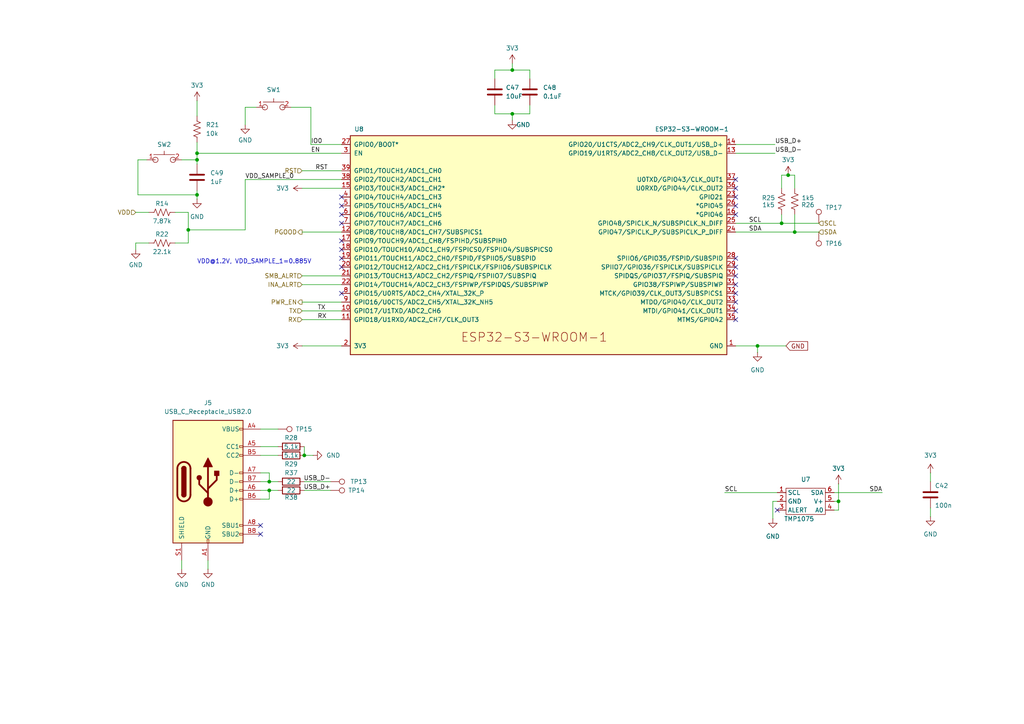
<source format=kicad_sch>
(kicad_sch (version 20231120) (generator "eeschema") (generator_version "8.0")
  (paper "A4")
  (title_block (title "BitForgeNano") (date "2024-06-21") (rev "1.0") (comment 1 "Licensed under CERN-OHL-W version 2"))
  (lib_symbols
    (symbol "+3V3_1" (power) (pin_numbers hide) (pin_names (offset 0) hide)
      (property "Value" "+3V3" (at 0 3.556 0))
      (symbol "+3V3_1_0_1"
        (polyline (pts (xy -0.762 1.27) (xy 0 2.54)))
        (polyline (pts (xy 0 0) (xy 0 2.54)))
        (polyline (pts (xy 0 2.54) (xy 0.762 1.27)))
      )
      (symbol "+3V3_1_1_1"
        (pin power_in line (at 0 0 90) (length 0) (name "~") (number "1"))
      )
    )
    (symbol "BitForgeNano:C" (pin_numbers hide) (pin_names (offset 0.254))
      (property "Reference" "C" (at 0.635 2.54 0))
      (property "Value" "C" (at 0.635 -2.54 0))
      (symbol "C_0_1"
        (polyline (pts (xy -2.032 -0.762) (xy 2.032 -0.762)) (stroke (width 0.508)))
        (polyline (pts (xy -2.032 0.762) (xy 2.032 0.762)) (stroke (width 0.508)))
      )
      (symbol "C_1_1"
        (pin passive line (at 0 3.81 270) (length 2.794) (name "~") (number "1"))
        (pin passive line (at 0 -3.81 90) (length 2.794) (name "~") (number "2"))
      )
    )
    (symbol "BitForgeNano:ESP32-S3-WROOM-1" (pin_names (offset 1.016))
      (property "Reference" "U12" (at -50.8 34.925 0))
      (property "Value" "ESP32-S3-WROOM-1" (at 45.72 34.925 0))
      (symbol "ESP32-S3-WROOM-1_0_0"
        (rectangle (start -53.34 33.02) (end 55.88 -30.48) (stroke (width 0.254)) (fill (type background)))
        (text "ESP32-S3-WROOM-1" (at 0 -25.4 0) (effects (font (size 2.54 2.54))))
        (pin power_in line (at 58.42 -27.94 180) (length 2.54) (name "GND") (number "1"))
        (pin bidirectional line (at -55.88 -17.78 0) (length 2.54) (name "GPIO17/U1TXD/ADC2_CH6") (number "10"))
        (pin bidirectional line (at -55.88 -20.32 0) (length 2.54) (name "GPIO18/U1RXD/ADC2_CH7/CLK_OUT3") (number "11"))
        (pin bidirectional line (at -55.88 5.08 0) (length 2.54) (name "GPIO8/TOUCH8/ADC1_CH7/SUBSPICS1") (number "12"))
        (pin bidirectional line (at 58.42 27.94 180) (length 2.54) (name "GPIO19/U1RTS/ADC2_CH8/CLK_OUT2/USB_D-") (number "13"))
        (pin bidirectional line (at 58.42 30.48 180) (length 2.54) (name "GPIO20/U1CTS/ADC2_CH9/CLK_OUT1/USB_D+") (number "14"))
        (pin bidirectional line (at -55.88 17.78 0) (length 2.54) (name "GPIO3/TOUCH3/ADC1_CH2*") (number "15"))
        (pin bidirectional line (at 58.42 10.16 180) (length 2.54) (name "*GPIO46") (number "16"))
        (pin bidirectional line (at -55.88 2.54 0) (length 2.54) (name "GPIO9/TOUCH9/ADC1_CH8/FSPIHD/SUBSPIHD") (number "17"))
        (pin bidirectional line (at -55.88 0 0) (length 2.54) (name "GPIO10/TOUCH10/ADC1_CH9/FSPICS0/FSPIIO4/SUBSPICS0") (number "18"))
        (pin bidirectional line (at -55.88 -2.54 0) (length 2.54) (name "GPIO11/TOUCH11/ADC2_CH0/FSPID/FSPIIO5/SUBSPID") (number "19"))
        (pin power_in line (at -55.88 -27.94 0) (length 2.54) (name "3V3") (number "2"))
        (pin bidirectional line (at -55.88 -5.08 0) (length 2.54) (name "GPIO12/TOUCH12/ADC2_CH1/FSPICLK/FSPIIO6/SUBSPICLK") (number "20"))
        (pin bidirectional line (at -55.88 -7.62 0) (length 2.54) (name "GPIO13/TOUCH13/ADC2_CH2/FSPIQ/FSPIIO7/SUBSPIQ") (number "21"))
        (pin bidirectional line (at -55.88 -10.16 0) (length 2.54) (name "GPIO14/TOUCH14/ADC2_CH3/FSPIWP/FSPIDQS/SUBSPIWP") (number "22"))
        (pin bidirectional line (at 58.42 15.24 180) (length 2.54) (name "GPIO21") (number "23"))
        (pin bidirectional line (at 58.42 5.08 180) (length 2.54) (name "GPIO47/SPICLK_P/SUBSPICLK_P_DIFF") (number "24"))
        (pin bidirectional line (at 58.42 7.62 180) (length 2.54) (name "GPIO48/SPICLK_N/SUBSPICLK_N_DIFF") (number "25"))
        (pin bidirectional line (at 58.42 12.7 180) (length 2.54) (name "*GPIO45") (number "26"))
        (pin bidirectional line (at -55.88 30.48 0) (length 2.54) (name "GPIO0/BOOT*") (number "27"))
        (pin bidirectional line (at 58.42 -2.54 180) (length 2.54) (name "SPIIO6/GPIO35/FSPID/SUBSPID") (number "28"))
        (pin bidirectional line (at 58.42 -5.08 180) (length 2.54) (name "SPIIO7/GPIO36/FSPICLK/SUBSPICLK") (number "29"))
        (pin input line (at -55.88 27.94 0) (length 2.54) (name "EN") (number "3"))
        (pin bidirectional line (at 58.42 -7.62 180) (length 2.54) (name "SPIDQS/GPIO37/FSPIQ/SUBSPIQ") (number "30"))
        (pin bidirectional line (at 58.42 -10.16 180) (length 2.54) (name "GPIO38/FSPIWP/SUBSPIWP") (number "31"))
        (pin bidirectional line (at 58.42 -12.7 180) (length 2.54) (name "MTCK/GPIO39/CLK_OUT3/SUBSPICS1") (number "32"))
        (pin bidirectional line (at 58.42 -15.24 180) (length 2.54) (name "MTDO/GPIO40/CLK_OUT2") (number "33"))
        (pin bidirectional line (at 58.42 -17.78 180) (length 2.54) (name "MTDI/GPIO41/CLK_OUT1") (number "34"))
        (pin bidirectional line (at 58.42 -20.32 180) (length 2.54) (name "MTMS/GPIO42") (number "35"))
        (pin bidirectional line (at 58.42 17.78 180) (length 2.54) (name "U0RXD/GPIO44/CLK_OUT2") (number "36"))
        (pin bidirectional line (at 58.42 20.32 180) (length 2.54) (name "U0TXD/GPIO43/CLK_OUT1") (number "37"))
        (pin bidirectional line (at -55.88 20.32 0) (length 2.54) (name "GPIO2/TOUCH2/ADC1_CH1") (number "38"))
        (pin bidirectional line (at -55.88 22.86 0) (length 2.54) (name "GPIO1/TOUCH1/ADC1_CH0") (number "39"))
        (pin bidirectional line (at -55.88 15.24 0) (length 2.54) (name "GPIO4/TOUCH4/ADC1_CH3") (number "4"))
        (pin passive line (at 58.42 -27.94 180) (length 2.54) hide (name "GND") (number "40"))
        (pin passive line (at 58.42 -27.94 180) (length 2.54) hide (name "GND") (number "41"))
        (pin bidirectional line (at -55.88 12.7 0) (length 2.54) (name "GPIO5/TOUCH5/ADC1_CH4") (number "5"))
        (pin bidirectional line (at -55.88 10.16 0) (length 2.54) (name "GPIO6/TOUCH6/ADC1_CH5") (number "6"))
        (pin bidirectional line (at -55.88 7.62 0) (length 2.54) (name "GPIO7/TOUCH7/ADC1_CH6") (number "7"))
        (pin bidirectional line (at -55.88 -12.7 0) (length 2.54) (name "GPIO15/U0RTS/ADC2_CH4/XTAL_32K_P") (number "8"))
        (pin bidirectional line (at -55.88 -15.24 0) (length 2.54) (name "GPIO16/U0CTS/ADC2_CH5/XTAL_32K_NH5") (number "9"))
      )
    )
    (symbol "BitForgeNano:GND" (power) (pin_numbers hide) (pin_names (offset 0) hide)
      (property "Value" "GND" (at 0 -3.81 0))
      (symbol "GND_0_1"
        (polyline (pts (xy 0 0) (xy 0 -1.27) (xy 1.27 -1.27) (xy 0 -2.54) (xy -1.27 -1.27) (xy 0 -1.27)))
      )
      (symbol "GND_1_1"
        (pin power_in line (at 0 0 270) (length 0) (name "~") (number "1"))
      )
    )
    (symbol "BitForgeNano:GT-TC029B-H025-L1N"
      (property "Reference" "SW2" (at 0 3.81 0))
      (symbol "GT-TC029B-H025-L1N_0_1"
        (circle (center -2.54 0) (radius 0.76))
        (polyline (pts (xy -3.05 1.52) (xy 3.05 1.52)))
        (polyline (pts (xy 0 1.52) (xy 0 2.54)))
        (circle (center 2.54 0) (radius 0.76))
        (pin unspecified line (at -5.08 0 0) (length 2.54) (name "~") (number "1"))
        (pin unspecified line (at 5.08 0 180) (length 2.54) (name "~") (number "2"))
      )
    )
    (symbol "BitForgeNano:R" (pin_numbers hide) (pin_names (offset 0))
      (property "Reference" "R" (at 2.032 0 90))
      (property "Value" "R" (at 0 0 90))
      (symbol "R_0_1"
        (rectangle (start -1.016 -2.54) (end 1.016 2.54) (stroke (width 0.254)))
      )
      (symbol "R_1_1"
        (pin passive line (at 0 3.81 270) (length 1.27) (name "~") (number "1"))
        (pin passive line (at 0 -3.81 90) (length 1.27) (name "~") (number "2"))
      )
    )
    (symbol "BitForgeNano:R_US" (pin_numbers hide) (pin_names (offset 0))
      (property "Reference" "R" (at 2.54 0 90))
      (property "Value" "R_US" (at -2.54 0 90))
      (symbol "R_US_0_1"
        (polyline (pts (xy 0 -2.286) (xy 0 -2.54)))
        (polyline (pts (xy 0 2.286) (xy 0 2.54)))
        (polyline (pts (xy 0 -0.762) (xy 1.016 -1.143) (xy 0 -1.524) (xy -1.016 -1.905) (xy 0 -2.286)))
        (polyline (pts (xy 0 0.762) (xy 1.016 0.381) (xy 0 0) (xy -1.016 -0.381) (xy 0 -0.762)))
        (polyline (pts (xy 0 2.286) (xy 1.016 1.905) (xy 0 1.524) (xy -1.016 1.143) (xy 0 0.762)))
      )
      (symbol "R_US_1_1"
        (pin passive line (at 0 3.81 270) (length 1.27) (name "~") (number "1"))
        (pin passive line (at 0 -3.81 90) (length 1.27) (name "~") (number "2"))
      )
    )
    (symbol "BitForgeNano:TMP1075-DRL-SOT563"
      (property "Reference" "U" (at -5.08 5.08 0))
      (symbol "TMP1075-DRL-SOT563_0_1"
        (rectangle (start -6.35 3.81) (end 5.08 -3.81))
      )
      (symbol "TMP1075-DRL-SOT563_1_1"
        (pin open_collector line (at -8.89 2.54 0) (length 2.54) (name "SCL") (number "1"))
        (pin power_in line (at -8.89 0 0) (length 2.54) (name "GND") (number "2"))
        (pin open_collector line (at -8.89 -2.54 0) (length 2.54) (name "ALERT") (number "3"))
        (pin input line (at 7.62 -2.54 180) (length 2.54) (name "A0") (number "4"))
        (pin power_in line (at 7.62 0 180) (length 2.54) (name "V+") (number "5"))
        (pin open_collector line (at 7.62 2.54 180) (length 2.54) (name "SDA") (number "6"))
      )
    )
    (symbol "BitForgeNano:TestPoint" (pin_numbers hide) (pin_names (offset 0.762) hide)
      (property "Reference" "TP" (at 0 6.858 0))
      (property "Value" "TestPoint" (at 0 5.08 0))
      (symbol "TestPoint_0_1"
        (circle (center 0 3.302) (radius 0.762))
      )
      (symbol "TestPoint_1_1"
        (pin passive line (at 0 0 90) (length 2.54) (name "1") (number "1"))
      )
    )
    (symbol "BitForgeNano:USB_C_Receptacle_USB2.0" (pin_names (offset 1.016))
      (property "Reference" "J" (at -10.16 19.05 0))
      (property "Value" "USB_C_Receptacle_USB2.0" (at 19.05 19.05 0))
      (symbol "USB_C_Receptacle_USB2.0_0_0"
        (rectangle (start -0.254 -17.78) (end 0.254 -16.764))
        (rectangle (start 10.16 -14.986) (end 9.144 -15.494))
        (rectangle (start 10.16 -12.446) (end 9.144 -12.954))
        (rectangle (start 10.16 -4.826) (end 9.144 -5.334))
        (rectangle (start 10.16 -2.286) (end 9.144 -2.794))
        (rectangle (start 10.16 0.254) (end 9.144 -0.254))
        (rectangle (start 10.16 2.794) (end 9.144 2.286))
        (rectangle (start 10.16 7.874) (end 9.144 7.366))
        (rectangle (start 10.16 10.414) (end 9.144 9.906))
        (rectangle (start 10.16 15.494) (end 9.144 14.986))
      )
      (symbol "USB_C_Receptacle_USB2.0_0_1"
        (rectangle (start -10.16 17.78) (end 10.16 -17.78) (stroke (width 0.254)) (fill (type background)))
        (arc (start -8.89 -3.81) (mid -6.985 -5.7067) (end -5.08 -3.81) (stroke (width 0.508)))
        (arc (start -7.62 -3.81) (mid -6.985 -4.4423) (end -6.35 -3.81) (stroke (width 0.254)))
        (arc (start -7.62 -3.81) (mid -6.985 -4.4423) (end -6.35 -3.81) (stroke (width 0.254)) (fill (type outline)))
        (rectangle (start -7.62 -3.81) (end -6.35 3.81) (stroke (width 0.254)) (fill (type outline)))
        (arc (start -6.35 3.81) (mid -6.985 4.4423) (end -7.62 3.81) (stroke (width 0.254)))
        (arc (start -6.35 3.81) (mid -6.985 4.4423) (end -7.62 3.81) (stroke (width 0.254)) (fill (type outline)))
        (arc (start -5.08 3.81) (mid -6.985 5.7067) (end -8.89 3.81) (stroke (width 0.508)))
        (circle (center -2.54 1.143) (radius 0.635) (stroke (width 0.254)) (fill (type outline)))
        (circle (center 0 -5.842) (radius 1.27) (fill (type outline)))
        (polyline (pts (xy -8.89 -3.81) (xy -8.89 3.81)) (stroke (width 0.508)))
        (polyline (pts (xy -5.08 3.81) (xy -5.08 -3.81)) (stroke (width 0.508)))
        (polyline (pts (xy 0 -5.842) (xy 0 4.318)) (stroke (width 0.508)))
        (polyline (pts (xy 0 -3.302) (xy -2.54 -0.762) (xy -2.54 0.508)) (stroke (width 0.508)))
        (polyline (pts (xy 0 -2.032) (xy 2.54 0.508) (xy 2.54 1.778)) (stroke (width 0.508)))
        (polyline (pts (xy -1.27 4.318) (xy 0 6.858) (xy 1.27 4.318) (xy -1.27 4.318)) (stroke (width 0.254)) (fill (type outline)))
        (rectangle (start 1.905 1.778) (end 3.175 3.048) (stroke (width 0.254)) (fill (type outline)))
      )
      (symbol "USB_C_Receptacle_USB2.0_1_1"
        (pin passive line (at 0 -22.86 90) (length 5.08) (name "GND") (number "A1"))
        (pin passive line (at 0 -22.86 90) (length 5.08) hide (name "GND") (number "A12"))
        (pin passive line (at 15.24 15.24 180) (length 5.08) (name "VBUS") (number "A4"))
        (pin bidirectional line (at 15.24 10.16 180) (length 5.08) (name "CC1") (number "A5"))
        (pin bidirectional line (at 15.24 -2.54 180) (length 5.08) (name "D+") (number "A6"))
        (pin bidirectional line (at 15.24 2.54 180) (length 5.08) (name "D-") (number "A7"))
        (pin bidirectional line (at 15.24 -12.7 180) (length 5.08) (name "SBU1") (number "A8"))
        (pin passive line (at 15.24 15.24 180) (length 5.08) hide (name "VBUS") (number "A9"))
        (pin passive line (at 0 -22.86 90) (length 5.08) hide (name "GND") (number "B1"))
        (pin passive line (at 0 -22.86 90) (length 5.08) hide (name "GND") (number "B12"))
        (pin passive line (at 15.24 15.24 180) (length 5.08) hide (name "VBUS") (number "B4"))
        (pin bidirectional line (at 15.24 7.62 180) (length 5.08) (name "CC2") (number "B5"))
        (pin bidirectional line (at 15.24 -5.08 180) (length 5.08) (name "D+") (number "B6"))
        (pin bidirectional line (at 15.24 0 180) (length 5.08) (name "D-") (number "B7"))
        (pin bidirectional line (at 15.24 -15.24 180) (length 5.08) (name "SBU2") (number "B8"))
        (pin passive line (at 15.24 15.24 180) (length 5.08) hide (name "VBUS") (number "B9"))
        (pin passive line (at -7.62 -22.86 90) (length 5.08) (name "SHIELD") (number "S1"))
      )
    )
    (symbol "GND_2" (power) (pin_numbers hide) (pin_names (offset 0) hide)
      (property "Value" "GND" (at 0 -3.81 0))
      (symbol "GND_2_0_1"
        (polyline (pts (xy 0 0) (xy 0 -1.27) (xy 1.27 -1.27) (xy 0 -2.54) (xy -1.27 -1.27) (xy 0 -1.27)))
      )
      (symbol "GND_2_1_1"
        (pin power_in line (at 0 0 270) (length 0) (name "~") (number "1"))
      )
    )
  )
  (junction (at 57.15 46.355))
  (junction (at 57.15 56.515))
  (junction (at 54.61 66.675))
  (junction (at 219.71 100.33))
  (junction (at 228.6 50.8))
  (junction (at 226.695 64.77))
  (junction (at 148.59 20.32))
  (junction (at 230.505 67.31))
  (junction (at 88.265 132.08))
  (junction (at 78.105 142.24))
  (junction (at 243.205 145.415))
  (junction (at 148.59 33.02))
  (junction (at 57.15 44.45))
  (junction (at 78.105 139.7))
  (no_connect (at 213.36 77.47))
  (no_connect (at 99.06 74.93))
  (no_connect (at 75.565 154.94))
  (no_connect (at 99.06 64.77))
  (no_connect (at 75.565 152.4))
  (no_connect (at 213.36 92.71))
  (no_connect (at 213.36 74.93))
  (no_connect (at 225.425 147.955))
  (no_connect (at 213.36 54.61))
  (no_connect (at 213.36 62.23))
  (no_connect (at 99.06 59.69))
  (no_connect (at 99.06 69.85))
  (no_connect (at 213.36 85.09))
  (no_connect (at 213.36 82.55))
  (no_connect (at 99.06 62.23))
  (no_connect (at 99.06 72.39))
  (no_connect (at 213.36 59.69))
  (no_connect (at 213.36 87.63))
  (no_connect (at 99.06 77.47))
  (no_connect (at 213.36 57.15))
  (no_connect (at 99.06 57.15))
  (no_connect (at 99.06 85.09))
  (no_connect (at 213.36 80.01))
  (no_connect (at 213.36 52.07))
  (no_connect (at 213.36 90.17))
  (wire (pts (xy 57.15 56.515) (xy 57.15 57.785)))
  (wire (pts (xy 153.67 33.02) (xy 148.59 33.02)))
  (wire (pts (xy 52.705 162.56) (xy 52.705 165.1)))
  (wire (pts (xy 99.06 49.53) (xy 87.63 49.53)))
  (wire (pts (xy 148.59 33.02) (xy 148.59 34.925)))
  (wire (pts (xy 226.695 54.61) (xy 226.695 50.8)))
  (wire (pts (xy 71.12 31.115) (xy 74.295 31.115)))
  (wire (pts (xy 39.37 61.595) (xy 43.18 61.595)))
  (wire (pts (xy 75.565 132.08) (xy 80.645 132.08)))
  (wire (pts (xy 57.15 46.355) (xy 57.15 47.625)))
  (wire (pts (xy 87.63 82.55) (xy 99.06 82.55)))
  (wire (pts (xy 40.005 46.355) (xy 40.005 56.515)))
  (wire (pts (xy 78.105 142.24) (xy 80.645 142.24)))
  (wire (pts (xy 243.205 145.415) (xy 243.205 147.955)))
  (wire (pts (xy 148.59 18.415) (xy 148.59 20.32)))
  (wire (pts (xy 75.565 137.16) (xy 78.105 137.16)))
  (wire (pts (xy 226.695 62.23) (xy 226.695 64.77)))
  (wire (pts (xy 54.61 66.675) (xy 71.12 66.675)))
  (wire (pts (xy 230.505 50.8) (xy 230.505 54.61)))
  (wire (pts (xy 219.71 100.33) (xy 227.965 100.33)))
  (wire (pts (xy 213.36 64.77) (xy 226.695 64.77)))
  (wire (pts (xy 143.51 33.02) (xy 143.51 30.48)))
  (wire (pts (xy 57.15 44.45) (xy 57.15 46.355)))
  (wire (pts (xy 87.63 67.31) (xy 99.06 67.31)))
  (wire (pts (xy 75.565 142.24) (xy 78.105 142.24)))
  (wire (pts (xy 39.37 70.485) (xy 43.18 70.485)))
  (wire (pts (xy 153.67 30.48) (xy 153.67 33.02)))
  (wire (pts (xy 57.15 41.275) (xy 57.15 44.45)))
  (wire (pts (xy 87.63 87.63) (xy 99.06 87.63)))
  (wire (pts (xy 226.695 50.8) (xy 228.6 50.8)))
  (wire (pts (xy 153.67 20.32) (xy 148.59 20.32)))
  (wire (pts (xy 78.105 144.78) (xy 75.565 144.78)))
  (wire (pts (xy 42.545 46.355) (xy 40.005 46.355)))
  (wire (pts (xy 71.12 66.675) (xy 71.12 52.07)))
  (wire (pts (xy 213.36 67.31) (xy 230.505 67.31)))
  (wire (pts (xy 78.105 142.24) (xy 78.105 144.78)))
  (wire (pts (xy 99.06 92.71) (xy 87.63 92.71)))
  (wire (pts (xy 87.63 54.61) (xy 99.06 54.61)))
  (wire (pts (xy 54.61 61.595) (xy 54.61 66.675)))
  (wire (pts (xy 213.36 100.33) (xy 219.71 100.33)))
  (wire (pts (xy 54.61 70.485) (xy 50.8 70.485)))
  (wire (pts (xy 230.505 62.23) (xy 230.505 67.31)))
  (wire (pts (xy 78.105 139.7) (xy 80.645 139.7)))
  (wire (pts (xy 99.06 90.17) (xy 87.63 90.17)))
  (wire (pts (xy 269.875 137.16) (xy 269.875 139.7)))
  (wire (pts (xy 52.705 46.355) (xy 57.15 46.355)))
  (wire (pts (xy 88.265 129.54) (xy 88.265 132.08)))
  (wire (pts (xy 40.005 56.515) (xy 57.15 56.515)))
  (wire (pts (xy 39.37 70.485) (xy 39.37 72.39)))
  (wire (pts (xy 213.36 41.91) (xy 224.79 41.91)))
  (wire (pts (xy 88.265 142.24) (xy 95.885 142.24)))
  (wire (pts (xy 228.6 50.8) (xy 230.505 50.8)))
  (wire (pts (xy 75.565 129.54) (xy 80.645 129.54)))
  (wire (pts (xy 210.185 142.875) (xy 225.425 142.875)))
  (wire (pts (xy 213.36 44.45) (xy 224.79 44.45)))
  (wire (pts (xy 75.565 124.46) (xy 80.645 124.46)))
  (wire (pts (xy 241.935 145.415) (xy 243.205 145.415)))
  (wire (pts (xy 87.63 80.01) (xy 99.06 80.01)))
  (wire (pts (xy 148.59 20.32) (xy 143.51 20.32)))
  (wire (pts (xy 226.695 64.77) (xy 237.49 64.77)))
  (wire (pts (xy 143.51 20.32) (xy 143.51 22.86)))
  (wire (pts (xy 50.8 61.595) (xy 54.61 61.595)))
  (wire (pts (xy 57.15 29.21) (xy 57.15 33.655)))
  (wire (pts (xy 148.59 33.02) (xy 143.51 33.02)))
  (wire (pts (xy 224.155 145.415) (xy 224.155 150.495)))
  (wire (pts (xy 54.61 66.675) (xy 54.61 70.485)))
  (wire (pts (xy 153.67 22.86) (xy 153.67 20.32)))
  (wire (pts (xy 219.71 100.33) (xy 219.71 102.235)))
  (wire (pts (xy 241.935 142.875) (xy 255.905 142.875)))
  (wire (pts (xy 57.15 55.245) (xy 57.15 56.515)))
  (wire (pts (xy 78.105 139.7) (xy 75.565 139.7)))
  (wire (pts (xy 87.63 100.33) (xy 99.06 100.33)))
  (wire (pts (xy 243.205 147.955) (xy 241.935 147.955)))
  (wire (pts (xy 71.12 31.115) (xy 71.12 36.195)))
  (wire (pts (xy 57.15 44.45) (xy 99.06 44.45)))
  (wire (pts (xy 60.325 162.56) (xy 60.325 165.1)))
  (wire (pts (xy 84.455 31.115) (xy 90.17 31.115)))
  (wire (pts (xy 71.12 52.07) (xy 99.06 52.07)))
  (wire (pts (xy 88.265 139.7) (xy 95.885 139.7)))
  (wire (pts (xy 225.425 145.415) (xy 224.155 145.415)))
  (wire (pts (xy 78.105 137.16) (xy 78.105 139.7)))
  (wire (pts (xy 90.17 31.115) (xy 90.17 41.91)))
  (wire (pts (xy 269.875 147.32) (xy 269.875 149.86)))
  (wire (pts (xy 243.205 145.415) (xy 243.205 140.335)))
  (wire (pts (xy 90.17 41.91) (xy 99.06 41.91)))
  (wire (pts (xy 230.505 67.31) (xy 237.49 67.31)))
  (wire (pts (xy 88.265 132.08) (xy 90.805 132.08)))
  (text "VDD@1.2V, VDD_SAMPLE_1=0.885V\n\n" (at 57.15 78.74 0) (effects (font (size 1.27 1.27)) (justify left bottom)))
  (label "SDA" (at 255.905 142.875 180))
  (label "SDA" (at 217.17 67.31 0))
  (label "TX" (at 92.075 90.17 0))
  (label "VDD_SAMPLE_0" (at 71.12 52.07 0))
  (label "USB_D+" (at 224.79 41.91 0))
  (label "IO0" (at 90.17 41.91 0))
  (label "RX" (at 92.075 92.71 0))
  (label "USB_D-" (at 224.79 44.45 0))
  (label "EN" (at 90.17 44.45 0))
  (label "RST" (at 91.44 49.53 0))
  (label "USB_D-" (at 95.885 139.7 180))
  (label "USB_D+" (at 95.885 142.24 180))
  (label "SCL" (at 210.185 142.875 0))
  (label "SCL" (at 217.17 64.77 0))
  (global_label "GND" (shape input) (at 227.965 100.33 0) (property "Intersheetrefs" "${INTERSHEET_REFS}" (effects (hide yes))))
  (hierarchical_label "SCL" (shape input) (at 237.49 64.77 0))
  (hierarchical_label "PGOOD" (shape output) (at 87.63 67.31 180))
  (hierarchical_label "VDD" (shape input) (at 39.37 61.595 180))
  (hierarchical_label "RX" (shape input) (at 87.63 92.71 180))
  (hierarchical_label "SMB_ALRT" (shape input) (at 87.63 80.01 180))
  (hierarchical_label "RST" (shape input) (at 87.63 49.53 180))
  (hierarchical_label "PWR_EN" (shape output) (at 87.63 87.63 180))
  (hierarchical_label "INA_ALRT" (shape input) (at 87.63 82.55 180))
  (hierarchical_label "SDA" (shape input) (at 237.49 67.31 0))
  (hierarchical_label "TX" (shape input) (at 87.63 90.17 180))
  (symbol (lib_id "BitForgeNano:R") (at 84.455 129.54 270) (unit 1)
    (property "Reference" "R28" (at 84.455 127 90))
    (property "Value" "5.1k" (at 84.455 129.54 90))
    (property "Footprint" "BitForgeNano:R_0201_0603Metric" (effects (hide yes)))
    (property "Description" "RC0201FR-075K1L" (effects (hide yes)))
    (property "DK" "YAG2741CT-ND" (effects (hide yes)))
  )
  (symbol (lib_id "BitForgeNano:R_US") (at 57.15 37.465 0) (unit 1)
    (property "Reference" "R21" (at 59.69 36.1949 0) (effects (justify left)))
    (property "Value" "10k" (at 59.69 38.7349 0) (effects (justify left)))
    (property "Footprint" "BitForgeNano:R_0402_1005Metric" (effects (hide yes)))
    (property "Description" "RC0402JR-0710KL" (effects (hide yes)))
    (property "DK" "311-10KJRCT-ND" (effects (hide yes)))
    (property "PARTNO" "RC0402JR-0710KL" (effects (hide yes)))
  )
  (symbol (lib_name "GND_2") (lib_id "BitForgeNano:GND_2") (at 219.71 102.235 0) (unit 1)
    (property "Reference" "#PWR018" (effects (hide yes)))
    (property "Value" "GND" (at 219.71 107.315 0))
    (property "Description" "Power symbol creates a global label with name \"GND\" , ground" (effects (hide yes)))
  )
  (symbol (lib_id "BitForgeNano:C") (at 269.875 143.51 0) (unit 1)
    (property "Reference" "C42" (at 271.145 141.605 0) (effects (justify left bottom)))
    (property "Value" "100n" (at 271.145 147.32 0) (effects (justify left bottom)))
    (property "Footprint" "BitForgeNano:C_0402_1005Metric" (effects (hide yes)))
    (property "Description" "CL05B104KP5VPNC" (effects (hide yes)))
    (property "DK" "1276-CL05B104KP5VPNCCT-ND" (effects (hide yes)))
  )
  (symbol (lib_name "+3V3_1") (lib_id "BitForgeNano:+3V3_1") (at 57.15 29.21 0) (unit 1)
    (property "Reference" "#PWR016" (effects (hide yes)))
    (property "Value" "3V3" (at 57.15 24.765 0))
    (property "Description" "Power symbol creates a global label with name \"+3V3\"" (effects (hide yes)))
  )
  (symbol (lib_id "BitForgeNano:R") (at 84.455 139.7 270) (unit 1)
    (property "Reference" "R37" (at 84.455 137.16 90))
    (property "Value" "22" (at 84.455 139.7 90))
    (property "Footprint" "BitForgeNano:R_0201_0603Metric" (effects (hide yes)))
    (property "Description" "RC0201FR-0722RL" (effects (hide yes)))
    (property "DK" "YAG2518CT-ND" (effects (hide yes)))
  )
  (symbol (lib_id "BitForgeNano:TestPoint") (at 237.49 64.77 0) (unit 1)
    (property "Reference" "TP17" (at 239.395 60.1979 0) (effects (justify left)))
    (property "Value" "TestPoint" (effects (hide yes)))
    (property "Footprint" "BitForgeNano:TestPoint_Pad_D1.0mm" (effects (hide yes)))
    (property "Description" "test point" (effects (hide yes)))
  )
  (symbol (lib_name "GND_2") (lib_id "BitForgeNano:GND_2") (at 148.59 34.925 0) (unit 1)
    (property "Reference" "#PWR019" (effects (hide yes)))
    (property "Value" "GND" (at 151.765 36.195 0))
    (property "Description" "Power symbol creates a global label with name \"GND\" , ground" (effects (hide yes)))
  )
  (symbol (lib_name "+3V3_1") (lib_id "BitForgeNano:+3V3_1") (at 228.6 50.8 0) (unit 1)
    (property "Reference" "#PWR017" (effects (hide yes)))
    (property "Value" "3V3" (at 228.6 46.355 0))
    (property "Description" "Power symbol creates a global label with name \"+3V3\"" (effects (hide yes)))
  )
  (symbol (lib_id "BitForgeNano:R") (at 84.455 132.08 270) (mirror x) (unit 1)
    (property "Reference" "R29" (at 84.455 134.62 90))
    (property "Value" "5.1k" (at 84.455 132.08 90))
    (property "Footprint" "BitForgeNano:R_0201_0603Metric" (effects (hide yes)))
    (property "Description" "RC0201FR-075K1L" (effects (hide yes)))
    (property "DK" "YAG2741CT-ND" (effects (hide yes)))
  )
  (symbol (lib_name "GND_2") (lib_id "BitForgeNano:GND_2") (at 71.12 36.195 0) (unit 1)
    (property "Reference" "#PWR021" (effects (hide yes)))
    (property "Value" "GND" (at 71.12 40.64 0))
    (property "Description" "Power symbol creates a global label with name \"GND\" , ground" (effects (hide yes)))
  )
  (symbol (lib_id "BitForgeNano:GT-TC029B-H025-L1N") (at 47.625 46.355 0) (unit 1)
    (property "Reference" "SW2" (at 47.625 41.91 0))
    (property "Value" "GT-TC029B-H025-L1N" (effects (hide yes)))
    (property "Footprint" "BitForgeNano:SW_CS1213AGF260_CRS" (effects (hide yes)))
    (property "Datasheet" "https://www.citrelay.com/Catalog%20Pages/SwitchCatalog/CS1213.pdf" (effects (hide yes)))
    (property "Description" "CS1213AGF260" (effects (hide yes)))
    (property "DK" "2449-CS1213AGF260CT-ND" (effects (hide yes)))
    (property "PARTNO" "CS1213AGF260" (effects (hide yes)))
  )
  (symbol (lib_name "+3V3_1") (lib_id "BitForgeNano:+3V3_1") (at 87.63 100.33 90) (unit 1)
    (property "Reference" "#PWR09" (effects (hide yes)))
    (property "Value" "3V3" (at 83.82 100.3299 90) (effects (justify left)))
    (property "Description" "Power symbol creates a global label with name \"+3V3\"" (effects (hide yes)))
  )
  (symbol (lib_id "BitForgeNano:R_US") (at 46.99 61.595 270) (unit 1)
    (property "Reference" "R14" (at 46.99 59.055 90))
    (property "Value" "7.87k" (at 46.99 64.135 90))
    (property "Footprint" "BitForgeNano:R_0402_1005Metric" (effects (hide yes)))
    (property "Description" "RC0402FR-077K87L" (effects (hide yes)))
    (property "DK" "311-7.87KLRCT-ND" (effects (hide yes)))
    (property "PARTNO" "RC0402FR-077K87L" (effects (hide yes)))
  )
  (symbol (lib_id "BitForgeNano:R_US") (at 46.99 70.485 90) (unit 1)
    (property "Reference" "R22" (at 46.99 67.945 90))
    (property "Value" "22.1k" (at 46.99 73.025 90))
    (property "Footprint" "BitForgeNano:R_0402_1005Metric" (effects (hide yes)))
    (property "Description" "RC0402FR-0722K1L" (effects (hide yes)))
    (property "DK" "311-22.1KLRCT-ND" (effects (hide yes)))
    (property "PARTNO" "RC0402FR-0722K1L" (effects (hide yes)))
  )
  (symbol (lib_id "BitForgeNano:TestPoint") (at 95.885 142.24 270) (unit 1)
    (property "Reference" "TP14" (at 100.965 142.2399 90) (effects (justify left)))
    (property "Value" "TestPoint" (effects (hide yes)))
    (property "Footprint" "BitForgeNano:TestPoint_Pad_D1.0mm" (effects (hide yes)))
    (property "Description" "test point" (effects (hide yes)))
  )
  (symbol (lib_name "+3V3_1") (lib_id "BitForgeNano:+3V3_1") (at 269.875 137.16 0) (unit 1)
    (property "Reference" "#PWR012" (effects (hide yes)))
    (property "Value" "3V3" (at 269.875 132.08 0))
    (property "Description" "Power symbol creates a global label with name \"+3V3\"" (effects (hide yes)))
  )
  (symbol (lib_id "BitForgeNano:C") (at 143.51 26.67 0) (unit 1)
    (property "Reference" "C47" (at 146.685 25.3999 0) (effects (justify left)))
    (property "Value" "10uF" (at 146.685 27.9399 0) (effects (justify left)))
    (property "Footprint" "BitForgeNano:C_0805_2012Metric" (effects (hide yes)))
    (property "Description" "CL21A106KOQNNNE" (effects (hide yes)))
    (property "DK" "1276-1096-1-ND" (effects (hide yes)))
    (property "PARTNO" "CL21A106KOQNNNE" (effects (hide yes)))
  )
  (symbol (lib_name "GND_2") (lib_id "BitForgeNano:GND_2") (at 269.875 149.86 0) (unit 1)
    (property "Reference" "#PWR014" (effects (hide yes)))
    (property "Value" "GND" (at 269.875 154.94 0))
    (property "Description" "Power symbol creates a global label with name \"GND\" , ground" (effects (hide yes)))
  )
  (symbol (lib_id "BitForgeNano:R") (at 84.455 142.24 270) (unit 1)
    (property "Reference" "R38" (at 84.455 144.272 90))
    (property "Value" "22" (at 84.455 142.24 90))
    (property "Footprint" "BitForgeNano:R_0201_0603Metric" (effects (hide yes)))
    (property "Description" "RC0201FR-0722RL" (effects (hide yes)))
    (property "DK" "YAG2518CT-ND" (effects (hide yes)))
  )
  (symbol (lib_id "BitForgeNano:GND") (at 60.325 165.1 0) (unit 1)
    (property "Reference" "#PWR059" (effects (hide yes)))
    (property "Value" "GND" (at 60.325 169.545 0))
    (property "Description" "Power symbol creates a global label with name \"GND\" , ground" (effects (hide yes)))
  )
  (symbol (lib_id "BitForgeNano:C") (at 153.67 26.67 0) (unit 1)
    (property "Reference" "C48" (at 157.48 25.3999 0) (effects (justify left)))
    (property "Value" "0.1uF" (at 157.48 27.9399 0) (effects (justify left)))
    (property "Footprint" "BitForgeNano:C_0402_1005Metric" (effects (hide yes)))
    (property "Description" "0402X104K100CT" (effects (hide yes)))
    (property "DK" "1292-1639-1-ND" (effects (hide yes)))
    (property "PARTNO" "0402X104K100CT" (effects (hide yes)))
  )
  (symbol (lib_id "BitForgeNano:TestPoint") (at 80.645 124.46 270) (unit 1)
    (property "Reference" "TP15" (at 85.725 124.4599 90) (effects (justify left)))
    (property "Value" "TestPoint" (effects (hide yes)))
    (property "Footprint" "BitForgeNano:TestPoint_Pad_D1.0mm" (effects (hide yes)))
    (property "Description" "test point" (effects (hide yes)))
  )
  (symbol (lib_id "BitForgeNano:R_US") (at 230.505 58.42 0) (unit 1)
    (property "Reference" "R26" (at 234.315 59.436 0))
    (property "Value" "1k5" (at 234.315 57.404 0))
    (property "Footprint" "BitForgeNano:R_0402_1005Metric" (effects (hide yes)))
    (property "Description" "RC0402FR-071K5L" (effects (hide yes)))
    (property "DK" "311-1.50KLRCT-ND" (effects (hide yes)))
    (property "PARTNO" "RC0402FR-135K1L" (effects (hide yes)))
  )
  (symbol (lib_id "BitForgeNano:TMP1075-DRL-SOT563") (at 234.315 145.415 0) (unit 1)
    (property "Reference" "U7" (at 233.68 139.065 0))
    (property "Value" "TMP1075" (at 231.775 150.495 0))
    (property "Footprint" "BitForgeNano:SOT-563" (effects (hide yes)))
    (property "Description" "TMP1075NDRLR" (effects (hide yes)))
    (property "Distributor" "D" (effects (hide yes)))
    (property "Manufacturer" "TMP1075NDRLR" (effects (hide yes)))
    (property "OrderNr" "296-TMP1075NDRLRCT-ND" (effects (hide yes)))
    (property "DK" "296-TMP1075NDRLRCT-ND" (effects (hide yes)))
  )
  (symbol (lib_id "BitForgeNano:TestPoint") (at 237.49 67.31 180) (unit 1)
    (property "Reference" "TP16" (at 239.395 70.6119 0) (effects (justify right)))
    (property "Value" "TestPoint" (effects (hide yes)))
    (property "Footprint" "BitForgeNano:TestPoint_Pad_D1.0mm" (effects (hide yes)))
    (property "Description" "test point" (effects (hide yes)))
  )
  (symbol (lib_name "+3V3_1") (lib_id "BitForgeNano:+3V3_1") (at 148.59 18.415 0) (unit 1)
    (property "Reference" "#PWR08" (effects (hide yes)))
    (property "Value" "3V3" (at 148.59 13.97 0))
    (property "Description" "Power symbol creates a global label with name \"+3V3\"" (effects (hide yes)))
  )
  (symbol (lib_name "GND_2") (lib_id "BitForgeNano:GND_2") (at 224.155 150.495 0) (unit 1)
    (property "Reference" "#PWR015" (effects (hide yes)))
    (property "Value" "GND" (at 224.155 155.575 0))
    (property "Description" "Power symbol creates a global label with name \"GND\" , ground" (effects (hide yes)))
  )
  (symbol (lib_name "+3V3_1") (lib_id "BitForgeNano:+3V3_1") (at 87.63 54.61 90) (unit 1)
    (property "Reference" "#PWR010" (effects (hide yes)))
    (property "Value" "3V3" (at 83.82 54.6099 90) (effects (justify left)))
    (property "Description" "Power symbol creates a global label with name \"+3V3\"" (effects (hide yes)))
  )
  (symbol (lib_id "BitForgeNano:R_US") (at 226.695 58.42 180) (unit 1)
    (property "Reference" "R25" (at 222.885 57.404 0))
    (property "Value" "1k5" (at 222.885 59.436 0))
    (property "Footprint" "BitForgeNano:R_0402_1005Metric" (effects (hide yes)))
    (property "Description" "RC0402FR-071K5L" (effects (hide yes)))
    (property "DK" "311-1.50KLRCT-ND" (effects (hide yes)))
    (property "PARTNO" "RC0402FR-135K1L" (effects (hide yes)))
  )
  (symbol (lib_id "BitForgeNano:C") (at 57.15 51.435 0) (unit 1)
    (property "Reference" "C49" (at 60.96 50.1649 0) (effects (justify left)))
    (property "Value" "1uF" (at 60.96 52.7049 0) (effects (justify left)))
    (property "Footprint" "BitForgeNano:C_0402_1005Metric" (effects (hide yes)))
    (property "Description" "EMK105BJ105MV-F" (effects (hide yes)))
    (property "DK" "587-5514-1-ND" (effects (hide yes)))
    (property "PARTNO" "EMK105BJ105MV-F" (effects (hide yes)))
  )
  (symbol (lib_id "BitForgeNano:ESP32-S3-WROOM-1") (at 154.94 72.39 0) (unit 1)
    (property "Reference" "U8" (at 104.14 37.465 0))
    (property "Value" "ESP32-S3-WROOM-1" (at 200.66 37.465 0))
    (property "Footprint" "BitForgeNano:ESP32-S3-WROOM-1" (effects (hide yes)))
    (property "Datasheet" "https://www.espressif.com/sites/default/files/documentation/esp32-s3-wroom-1_wroom-1u_datasheet_en.pdf" (effects (hide yes)))
    (property "Description" "ESP32-S3-WROOM-1-N16R8" (effects (hide yes)))
    (property "DK" "1965-ESP32-S3-WROOM-1-N16R8CT-ND" (effects (hide yes)))
    (property "PARTNO" "ESP32-S3-WROOM-1-N16R8" (effects (hide yes)))
  )
  (symbol (lib_id "BitForgeNano:USB_C_Receptacle_USB2.0") (at 60.325 139.7 0) (unit 1)
    (property "Reference" "J5" (at 60.325 116.84 0))
    (property "Value" "USB_C_Receptacle_USB2.0" (at 60.325 119.38 0))
    (property "Footprint" "BitForgeNano:USB_C_Receptacle_GCT_USB4105-xx-A_16P_TopMnt_Horizontal" (effects (hide yes)))
    (property "Datasheet" "https://www.usb.org/sites/default/files/documents/usb_type-c.zip" (effects (hide yes)))
    (property "Description" "USB4105-GF-A" (effects (hide yes)))
    (property "Distributor" "D" (effects (hide yes)))
    (property "Manufacturer" "USB4105-GF-A" (effects (hide yes)))
    (property "OrderNr" "2073-USB4105-GF-ACT-ND" (effects (hide yes)))
    (property "DK" "2073-USB4105-GF-ACT-ND" (effects (hide yes)))
  )
  (symbol (lib_id "BitForgeNano:GT-TC029B-H025-L1N") (at 79.375 31.115 0) (unit 1)
    (property "Reference" "SW1" (at 79.375 26.035 0))
    (property "Value" "GT-TC029B-H025-L1N" (effects (hide yes)))
    (property "Footprint" "BitForgeNano:SW_CS1213AGF260_CRS" (effects (hide yes)))
    (property "Datasheet" "https://www.citrelay.com/Catalog%20Pages/SwitchCatalog/CS1213.pdf" (effects (hide yes)))
    (property "Description" "CS1213AGF260" (effects (hide yes)))
    (property "DK" "2449-CS1213AGF260CT-ND" (effects (hide yes)))
    (property "PARTNO" "CS1213AGF260" (effects (hide yes)))
  )
  (symbol (lib_name "+3V3_1") (lib_id "BitForgeNano:+3V3_1") (at 243.205 140.335 0) (unit 1)
    (property "Reference" "#PWR013" (effects (hide yes)))
    (property "Value" "3V3" (at 243.205 135.89 0))
    (property "Description" "Power symbol creates a global label with name \"+3V3\"" (effects (hide yes)))
  )
  (symbol (lib_name "GND_2") (lib_id "BitForgeNano:GND_2") (at 57.15 57.785 0) (unit 1)
    (property "Reference" "#PWR020" (effects (hide yes)))
    (property "Value" "GND" (at 57.15 62.865 0))
    (property "Description" "Power symbol creates a global label with name \"GND\" , ground" (effects (hide yes)))
  )
  (symbol (lib_name "GND_2") (lib_id "BitForgeNano:GND_2") (at 39.37 72.39 0) (unit 1)
    (property "Reference" "#PWR022" (effects (hide yes)))
    (property "Value" "GND" (at 39.37 76.835 0))
    (property "Description" "Power symbol creates a global label with name \"GND\" , ground" (effects (hide yes)))
  )
  (symbol (lib_id "BitForgeNano:GND") (at 90.805 132.08 90) (unit 1)
    (property "Reference" "#PWR057" (effects (hide yes)))
    (property "Value" "GND" (at 94.615 132.0799 90) (effects (justify right)))
    (property "Description" "Power symbol creates a global label with name \"GND\" , ground" (effects (hide yes)))
  )
  (symbol (lib_id "BitForgeNano:GND") (at 52.705 165.1 0) (unit 1)
    (property "Reference" "#PWR058" (effects (hide yes)))
    (property "Value" "GND" (at 52.705 169.545 0))
    (property "Description" "Power symbol creates a global label with name \"GND\" , ground" (effects (hide yes)))
  )
  (symbol (lib_id "BitForgeNano:TestPoint") (at 95.885 139.7 270) (unit 1)
    (property "Reference" "TP13" (at 101.6 139.6999 90) (effects (justify left)))
    (property "Value" "TestPoint" (effects (hide yes)))
    (property "Footprint" "BitForgeNano:TestPoint_Pad_D1.0mm" (effects (hide yes)))
    (property "Description" "test point" (effects (hide yes)))
  )
)
</source>
